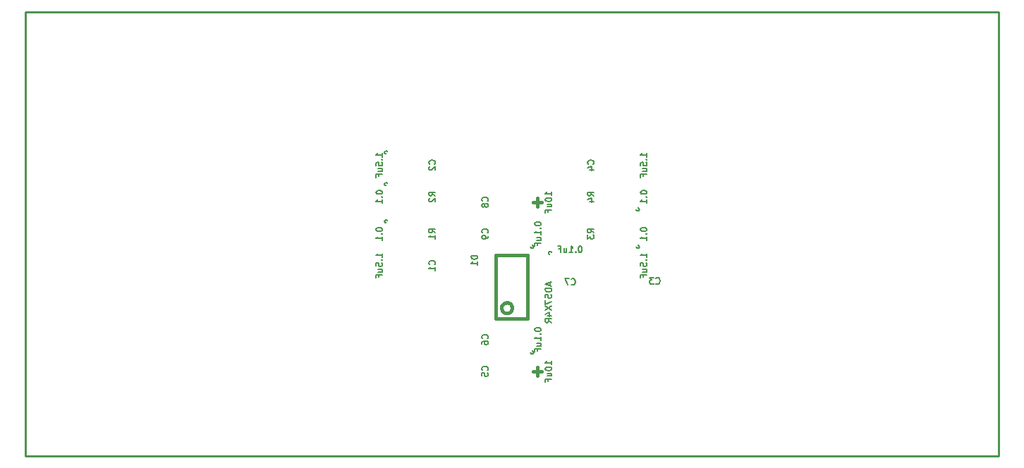
<source format=gbo>
G04 (created by PCBNEW-RS274X (2011-05-25)-stable) date Fri 08 Nov 2013 12:39:22 PM EST*
G01*
G70*
G90*
%MOIN*%
G04 Gerber Fmt 3.4, Leading zero omitted, Abs format*
%FSLAX34Y34*%
G04 APERTURE LIST*
%ADD10C,0.006000*%
%ADD11C,0.009000*%
%ADD12C,0.015000*%
%ADD13C,0.005000*%
%ADD14C,0.007500*%
%ADD15C,0.175000*%
%ADD16O,0.080000X0.120000*%
%ADD17C,0.080000*%
%ADD18C,0.096000*%
%ADD19C,0.160000*%
%ADD20C,0.180000*%
%ADD21R,0.070000X0.120000*%
%ADD22R,0.059100X0.019700*%
%ADD23C,0.140000*%
%ADD24C,0.093000*%
%ADD25R,0.093000X0.093000*%
G04 APERTURE END LIST*
G54D10*
G54D11*
X43500Y-51500D02*
X89500Y-51500D01*
X43500Y-30500D02*
X89500Y-30500D01*
X43500Y-30500D02*
X43500Y-51500D01*
X89500Y-51500D02*
X89500Y-30500D01*
G54D12*
X67700Y-47700D02*
X67700Y-47300D01*
X67500Y-47500D02*
X67900Y-47500D01*
G54D13*
X66800Y-46950D02*
X67400Y-46950D01*
X67400Y-46950D02*
X67400Y-48050D01*
X67400Y-48050D02*
X66800Y-48050D01*
X66200Y-48050D02*
X65600Y-48050D01*
X65600Y-48050D02*
X65600Y-46950D01*
X65600Y-46950D02*
X66200Y-46950D01*
X61200Y-43050D02*
X60600Y-43050D01*
X60600Y-43050D02*
X60600Y-41950D01*
X60600Y-41950D02*
X61200Y-41950D01*
X61800Y-41950D02*
X62400Y-41950D01*
X62400Y-41950D02*
X62400Y-43050D01*
X62400Y-43050D02*
X61800Y-43050D01*
X71800Y-37200D02*
X72400Y-37200D01*
X72400Y-37200D02*
X72400Y-38300D01*
X72400Y-38300D02*
X71800Y-38300D01*
X71200Y-38300D02*
X70600Y-38300D01*
X70600Y-38300D02*
X70600Y-37200D01*
X70600Y-37200D02*
X71200Y-37200D01*
X71800Y-41950D02*
X72400Y-41950D01*
X72400Y-41950D02*
X72400Y-43050D01*
X72400Y-43050D02*
X71800Y-43050D01*
X71200Y-43050D02*
X70600Y-43050D01*
X70600Y-43050D02*
X70600Y-41950D01*
X70600Y-41950D02*
X71200Y-41950D01*
X67520Y-46600D02*
X67518Y-46613D01*
X67514Y-46626D01*
X67508Y-46638D01*
X67499Y-46649D01*
X67489Y-46658D01*
X67477Y-46664D01*
X67464Y-46668D01*
X67450Y-46669D01*
X67437Y-46668D01*
X67424Y-46664D01*
X67412Y-46658D01*
X67402Y-46650D01*
X67393Y-46639D01*
X67386Y-46627D01*
X67382Y-46614D01*
X67381Y-46600D01*
X67382Y-46588D01*
X67385Y-46575D01*
X67392Y-46563D01*
X67400Y-46552D01*
X67411Y-46543D01*
X67422Y-46536D01*
X67435Y-46532D01*
X67449Y-46531D01*
X67462Y-46532D01*
X67475Y-46535D01*
X67487Y-46541D01*
X67498Y-46550D01*
X67507Y-46560D01*
X67513Y-46572D01*
X67518Y-46585D01*
X67519Y-46599D01*
X67520Y-46600D01*
X66800Y-45450D02*
X67400Y-45450D01*
X67400Y-45450D02*
X67400Y-46550D01*
X67400Y-46550D02*
X66800Y-46550D01*
X66200Y-46550D02*
X65600Y-46550D01*
X65600Y-46550D02*
X65600Y-45450D01*
X65600Y-45450D02*
X66200Y-45450D01*
G54D12*
X66500Y-44500D02*
X66495Y-44548D01*
X66481Y-44595D01*
X66458Y-44638D01*
X66427Y-44676D01*
X66389Y-44707D01*
X66346Y-44730D01*
X66300Y-44744D01*
X66251Y-44749D01*
X66204Y-44745D01*
X66157Y-44731D01*
X66114Y-44709D01*
X66076Y-44678D01*
X66044Y-44641D01*
X66021Y-44598D01*
X66006Y-44551D01*
X66001Y-44503D01*
X66005Y-44455D01*
X66018Y-44408D01*
X66040Y-44365D01*
X66071Y-44327D01*
X66108Y-44295D01*
X66150Y-44271D01*
X66197Y-44256D01*
X66245Y-44251D01*
X66293Y-44254D01*
X66340Y-44267D01*
X66383Y-44289D01*
X66422Y-44319D01*
X66454Y-44356D01*
X66478Y-44399D01*
X66493Y-44445D01*
X66499Y-44494D01*
X66500Y-44500D01*
X65750Y-45000D02*
X65750Y-42000D01*
X65750Y-42000D02*
X67250Y-42000D01*
X67250Y-42000D02*
X67250Y-45000D01*
X67250Y-45000D02*
X65750Y-45000D01*
X67700Y-39700D02*
X67700Y-39300D01*
X67500Y-39500D02*
X67900Y-39500D01*
G54D13*
X66800Y-38950D02*
X67400Y-38950D01*
X67400Y-38950D02*
X67400Y-40050D01*
X67400Y-40050D02*
X66800Y-40050D01*
X66200Y-40050D02*
X65600Y-40050D01*
X65600Y-40050D02*
X65600Y-38950D01*
X65600Y-38950D02*
X66200Y-38950D01*
X68370Y-41900D02*
X68368Y-41913D01*
X68364Y-41926D01*
X68358Y-41938D01*
X68349Y-41949D01*
X68339Y-41958D01*
X68327Y-41964D01*
X68314Y-41968D01*
X68300Y-41969D01*
X68287Y-41968D01*
X68274Y-41964D01*
X68262Y-41958D01*
X68252Y-41950D01*
X68243Y-41939D01*
X68236Y-41927D01*
X68232Y-41914D01*
X68231Y-41900D01*
X68232Y-41888D01*
X68235Y-41875D01*
X68242Y-41863D01*
X68250Y-41852D01*
X68261Y-41843D01*
X68272Y-41836D01*
X68285Y-41832D01*
X68299Y-41831D01*
X68312Y-41832D01*
X68325Y-41835D01*
X68337Y-41841D01*
X68348Y-41850D01*
X68357Y-41860D01*
X68363Y-41872D01*
X68368Y-41885D01*
X68369Y-41899D01*
X68370Y-41900D01*
X68950Y-43050D02*
X68350Y-43050D01*
X68350Y-43050D02*
X68350Y-41950D01*
X68350Y-41950D02*
X68950Y-41950D01*
X69550Y-41950D02*
X70150Y-41950D01*
X70150Y-41950D02*
X70150Y-43050D01*
X70150Y-43050D02*
X69550Y-43050D01*
X67520Y-41600D02*
X67518Y-41613D01*
X67514Y-41626D01*
X67508Y-41638D01*
X67499Y-41649D01*
X67489Y-41658D01*
X67477Y-41664D01*
X67464Y-41668D01*
X67450Y-41669D01*
X67437Y-41668D01*
X67424Y-41664D01*
X67412Y-41658D01*
X67402Y-41650D01*
X67393Y-41639D01*
X67386Y-41627D01*
X67382Y-41614D01*
X67381Y-41600D01*
X67382Y-41588D01*
X67385Y-41575D01*
X67392Y-41563D01*
X67400Y-41552D01*
X67411Y-41543D01*
X67422Y-41536D01*
X67435Y-41532D01*
X67449Y-41531D01*
X67462Y-41532D01*
X67475Y-41535D01*
X67487Y-41541D01*
X67498Y-41550D01*
X67507Y-41560D01*
X67513Y-41572D01*
X67518Y-41585D01*
X67519Y-41599D01*
X67520Y-41600D01*
X66800Y-40450D02*
X67400Y-40450D01*
X67400Y-40450D02*
X67400Y-41550D01*
X67400Y-41550D02*
X66800Y-41550D01*
X66200Y-41550D02*
X65600Y-41550D01*
X65600Y-41550D02*
X65600Y-40450D01*
X65600Y-40450D02*
X66200Y-40450D01*
X60620Y-40400D02*
X60618Y-40413D01*
X60614Y-40426D01*
X60608Y-40438D01*
X60599Y-40449D01*
X60589Y-40458D01*
X60577Y-40464D01*
X60564Y-40468D01*
X60550Y-40469D01*
X60537Y-40468D01*
X60524Y-40464D01*
X60512Y-40458D01*
X60502Y-40450D01*
X60493Y-40439D01*
X60486Y-40427D01*
X60482Y-40414D01*
X60481Y-40400D01*
X60482Y-40388D01*
X60485Y-40375D01*
X60492Y-40363D01*
X60500Y-40352D01*
X60511Y-40343D01*
X60522Y-40336D01*
X60535Y-40332D01*
X60549Y-40331D01*
X60562Y-40332D01*
X60575Y-40335D01*
X60587Y-40341D01*
X60598Y-40350D01*
X60607Y-40360D01*
X60613Y-40372D01*
X60618Y-40385D01*
X60619Y-40399D01*
X60620Y-40400D01*
X61200Y-41550D02*
X60600Y-41550D01*
X60600Y-41550D02*
X60600Y-40450D01*
X60600Y-40450D02*
X61200Y-40450D01*
X61800Y-40450D02*
X62400Y-40450D01*
X62400Y-40450D02*
X62400Y-41550D01*
X62400Y-41550D02*
X61800Y-41550D01*
X60620Y-38650D02*
X60618Y-38663D01*
X60614Y-38676D01*
X60608Y-38688D01*
X60599Y-38699D01*
X60589Y-38708D01*
X60577Y-38714D01*
X60564Y-38718D01*
X60550Y-38719D01*
X60537Y-38718D01*
X60524Y-38714D01*
X60512Y-38708D01*
X60502Y-38700D01*
X60493Y-38689D01*
X60486Y-38677D01*
X60482Y-38664D01*
X60481Y-38650D01*
X60482Y-38638D01*
X60485Y-38625D01*
X60492Y-38613D01*
X60500Y-38602D01*
X60511Y-38593D01*
X60522Y-38586D01*
X60535Y-38582D01*
X60549Y-38581D01*
X60562Y-38582D01*
X60575Y-38585D01*
X60587Y-38591D01*
X60598Y-38600D01*
X60607Y-38610D01*
X60613Y-38622D01*
X60618Y-38635D01*
X60619Y-38649D01*
X60620Y-38650D01*
X61200Y-39800D02*
X60600Y-39800D01*
X60600Y-39800D02*
X60600Y-38700D01*
X60600Y-38700D02*
X61200Y-38700D01*
X61800Y-38700D02*
X62400Y-38700D01*
X62400Y-38700D02*
X62400Y-39800D01*
X62400Y-39800D02*
X61800Y-39800D01*
X72520Y-41600D02*
X72518Y-41613D01*
X72514Y-41626D01*
X72508Y-41638D01*
X72499Y-41649D01*
X72489Y-41658D01*
X72477Y-41664D01*
X72464Y-41668D01*
X72450Y-41669D01*
X72437Y-41668D01*
X72424Y-41664D01*
X72412Y-41658D01*
X72402Y-41650D01*
X72393Y-41639D01*
X72386Y-41627D01*
X72382Y-41614D01*
X72381Y-41600D01*
X72382Y-41588D01*
X72385Y-41575D01*
X72392Y-41563D01*
X72400Y-41552D01*
X72411Y-41543D01*
X72422Y-41536D01*
X72435Y-41532D01*
X72449Y-41531D01*
X72462Y-41532D01*
X72475Y-41535D01*
X72487Y-41541D01*
X72498Y-41550D01*
X72507Y-41560D01*
X72513Y-41572D01*
X72518Y-41585D01*
X72519Y-41599D01*
X72520Y-41600D01*
X71800Y-40450D02*
X72400Y-40450D01*
X72400Y-40450D02*
X72400Y-41550D01*
X72400Y-41550D02*
X71800Y-41550D01*
X71200Y-41550D02*
X70600Y-41550D01*
X70600Y-41550D02*
X70600Y-40450D01*
X70600Y-40450D02*
X71200Y-40450D01*
X72520Y-39850D02*
X72518Y-39863D01*
X72514Y-39876D01*
X72508Y-39888D01*
X72499Y-39899D01*
X72489Y-39908D01*
X72477Y-39914D01*
X72464Y-39918D01*
X72450Y-39919D01*
X72437Y-39918D01*
X72424Y-39914D01*
X72412Y-39908D01*
X72402Y-39900D01*
X72393Y-39889D01*
X72386Y-39877D01*
X72382Y-39864D01*
X72381Y-39850D01*
X72382Y-39838D01*
X72385Y-39825D01*
X72392Y-39813D01*
X72400Y-39802D01*
X72411Y-39793D01*
X72422Y-39786D01*
X72435Y-39782D01*
X72449Y-39781D01*
X72462Y-39782D01*
X72475Y-39785D01*
X72487Y-39791D01*
X72498Y-39800D01*
X72507Y-39810D01*
X72513Y-39822D01*
X72518Y-39835D01*
X72519Y-39849D01*
X72520Y-39850D01*
X71800Y-38700D02*
X72400Y-38700D01*
X72400Y-38700D02*
X72400Y-39800D01*
X72400Y-39800D02*
X71800Y-39800D01*
X71200Y-39800D02*
X70600Y-39800D01*
X70600Y-39800D02*
X70600Y-38700D01*
X70600Y-38700D02*
X71200Y-38700D01*
X60620Y-37150D02*
X60618Y-37163D01*
X60614Y-37176D01*
X60608Y-37188D01*
X60599Y-37199D01*
X60589Y-37208D01*
X60577Y-37214D01*
X60564Y-37218D01*
X60550Y-37219D01*
X60537Y-37218D01*
X60524Y-37214D01*
X60512Y-37208D01*
X60502Y-37200D01*
X60493Y-37189D01*
X60486Y-37177D01*
X60482Y-37164D01*
X60481Y-37150D01*
X60482Y-37138D01*
X60485Y-37125D01*
X60492Y-37113D01*
X60500Y-37102D01*
X60511Y-37093D01*
X60522Y-37086D01*
X60535Y-37082D01*
X60549Y-37081D01*
X60562Y-37082D01*
X60575Y-37085D01*
X60587Y-37091D01*
X60598Y-37100D01*
X60607Y-37110D01*
X60613Y-37122D01*
X60618Y-37135D01*
X60619Y-37149D01*
X60620Y-37150D01*
X61200Y-38300D02*
X60600Y-38300D01*
X60600Y-38300D02*
X60600Y-37200D01*
X60600Y-37200D02*
X61200Y-37200D01*
X61800Y-37200D02*
X62400Y-37200D01*
X62400Y-37200D02*
X62400Y-38300D01*
X62400Y-38300D02*
X61800Y-38300D01*
G54D14*
X65343Y-47450D02*
X65357Y-47436D01*
X65371Y-47393D01*
X65371Y-47364D01*
X65357Y-47321D01*
X65329Y-47293D01*
X65300Y-47278D01*
X65243Y-47264D01*
X65200Y-47264D01*
X65143Y-47278D01*
X65114Y-47293D01*
X65086Y-47321D01*
X65071Y-47364D01*
X65071Y-47393D01*
X65086Y-47436D01*
X65100Y-47450D01*
X65071Y-47721D02*
X65071Y-47578D01*
X65214Y-47564D01*
X65200Y-47578D01*
X65186Y-47607D01*
X65186Y-47678D01*
X65200Y-47707D01*
X65214Y-47721D01*
X65243Y-47736D01*
X65314Y-47736D01*
X65343Y-47721D01*
X65357Y-47707D01*
X65371Y-47678D01*
X65371Y-47607D01*
X65357Y-47578D01*
X65343Y-47564D01*
X68371Y-47179D02*
X68371Y-47007D01*
X68371Y-47093D02*
X68071Y-47093D01*
X68114Y-47064D01*
X68143Y-47036D01*
X68157Y-47007D01*
X68071Y-47365D02*
X68071Y-47393D01*
X68086Y-47422D01*
X68100Y-47436D01*
X68129Y-47450D01*
X68186Y-47465D01*
X68257Y-47465D01*
X68314Y-47450D01*
X68343Y-47436D01*
X68357Y-47422D01*
X68371Y-47393D01*
X68371Y-47365D01*
X68357Y-47336D01*
X68343Y-47322D01*
X68314Y-47307D01*
X68257Y-47293D01*
X68186Y-47293D01*
X68129Y-47307D01*
X68100Y-47322D01*
X68086Y-47336D01*
X68071Y-47365D01*
X68171Y-47722D02*
X68371Y-47722D01*
X68171Y-47593D02*
X68329Y-47593D01*
X68357Y-47608D01*
X68371Y-47636D01*
X68371Y-47679D01*
X68357Y-47708D01*
X68343Y-47722D01*
X68214Y-47964D02*
X68214Y-47864D01*
X68371Y-47864D02*
X68071Y-47864D01*
X68071Y-48007D01*
X62843Y-42450D02*
X62857Y-42436D01*
X62871Y-42393D01*
X62871Y-42364D01*
X62857Y-42321D01*
X62829Y-42293D01*
X62800Y-42278D01*
X62743Y-42264D01*
X62700Y-42264D01*
X62643Y-42278D01*
X62614Y-42293D01*
X62586Y-42321D01*
X62571Y-42364D01*
X62571Y-42393D01*
X62586Y-42436D01*
X62600Y-42450D01*
X62871Y-42736D02*
X62871Y-42564D01*
X62871Y-42650D02*
X62571Y-42650D01*
X62614Y-42621D01*
X62643Y-42593D01*
X62657Y-42564D01*
X60371Y-42108D02*
X60371Y-41936D01*
X60371Y-42022D02*
X60071Y-42022D01*
X60114Y-41993D01*
X60143Y-41965D01*
X60157Y-41936D01*
X60343Y-42236D02*
X60357Y-42251D01*
X60371Y-42236D01*
X60357Y-42222D01*
X60343Y-42236D01*
X60371Y-42236D01*
X60071Y-42522D02*
X60071Y-42379D01*
X60214Y-42365D01*
X60200Y-42379D01*
X60186Y-42408D01*
X60186Y-42479D01*
X60200Y-42508D01*
X60214Y-42522D01*
X60243Y-42537D01*
X60314Y-42537D01*
X60343Y-42522D01*
X60357Y-42508D01*
X60371Y-42479D01*
X60371Y-42408D01*
X60357Y-42379D01*
X60343Y-42365D01*
X60171Y-42794D02*
X60371Y-42794D01*
X60171Y-42665D02*
X60329Y-42665D01*
X60357Y-42680D01*
X60371Y-42708D01*
X60371Y-42751D01*
X60357Y-42780D01*
X60343Y-42794D01*
X60214Y-43036D02*
X60214Y-42936D01*
X60371Y-42936D02*
X60071Y-42936D01*
X60071Y-43079D01*
X70343Y-37700D02*
X70357Y-37686D01*
X70371Y-37643D01*
X70371Y-37614D01*
X70357Y-37571D01*
X70329Y-37543D01*
X70300Y-37528D01*
X70243Y-37514D01*
X70200Y-37514D01*
X70143Y-37528D01*
X70114Y-37543D01*
X70086Y-37571D01*
X70071Y-37614D01*
X70071Y-37643D01*
X70086Y-37686D01*
X70100Y-37700D01*
X70171Y-37957D02*
X70371Y-37957D01*
X70057Y-37886D02*
X70271Y-37814D01*
X70271Y-38000D01*
X72871Y-37358D02*
X72871Y-37186D01*
X72871Y-37272D02*
X72571Y-37272D01*
X72614Y-37243D01*
X72643Y-37215D01*
X72657Y-37186D01*
X72843Y-37486D02*
X72857Y-37501D01*
X72871Y-37486D01*
X72857Y-37472D01*
X72843Y-37486D01*
X72871Y-37486D01*
X72571Y-37772D02*
X72571Y-37629D01*
X72714Y-37615D01*
X72700Y-37629D01*
X72686Y-37658D01*
X72686Y-37729D01*
X72700Y-37758D01*
X72714Y-37772D01*
X72743Y-37787D01*
X72814Y-37787D01*
X72843Y-37772D01*
X72857Y-37758D01*
X72871Y-37729D01*
X72871Y-37658D01*
X72857Y-37629D01*
X72843Y-37615D01*
X72671Y-38044D02*
X72871Y-38044D01*
X72671Y-37915D02*
X72829Y-37915D01*
X72857Y-37930D01*
X72871Y-37958D01*
X72871Y-38001D01*
X72857Y-38030D01*
X72843Y-38044D01*
X72714Y-38286D02*
X72714Y-38186D01*
X72871Y-38186D02*
X72571Y-38186D01*
X72571Y-38329D01*
X73300Y-43343D02*
X73314Y-43357D01*
X73357Y-43371D01*
X73386Y-43371D01*
X73429Y-43357D01*
X73457Y-43329D01*
X73472Y-43300D01*
X73486Y-43243D01*
X73486Y-43200D01*
X73472Y-43143D01*
X73457Y-43114D01*
X73429Y-43086D01*
X73386Y-43071D01*
X73357Y-43071D01*
X73314Y-43086D01*
X73300Y-43100D01*
X73200Y-43071D02*
X73014Y-43071D01*
X73114Y-43186D01*
X73072Y-43186D01*
X73043Y-43200D01*
X73029Y-43214D01*
X73014Y-43243D01*
X73014Y-43314D01*
X73029Y-43343D01*
X73043Y-43357D01*
X73072Y-43371D01*
X73157Y-43371D01*
X73186Y-43357D01*
X73200Y-43343D01*
X72871Y-42108D02*
X72871Y-41936D01*
X72871Y-42022D02*
X72571Y-42022D01*
X72614Y-41993D01*
X72643Y-41965D01*
X72657Y-41936D01*
X72843Y-42236D02*
X72857Y-42251D01*
X72871Y-42236D01*
X72857Y-42222D01*
X72843Y-42236D01*
X72871Y-42236D01*
X72571Y-42522D02*
X72571Y-42379D01*
X72714Y-42365D01*
X72700Y-42379D01*
X72686Y-42408D01*
X72686Y-42479D01*
X72700Y-42508D01*
X72714Y-42522D01*
X72743Y-42537D01*
X72814Y-42537D01*
X72843Y-42522D01*
X72857Y-42508D01*
X72871Y-42479D01*
X72871Y-42408D01*
X72857Y-42379D01*
X72843Y-42365D01*
X72671Y-42794D02*
X72871Y-42794D01*
X72671Y-42665D02*
X72829Y-42665D01*
X72857Y-42680D01*
X72871Y-42708D01*
X72871Y-42751D01*
X72857Y-42780D01*
X72843Y-42794D01*
X72714Y-43036D02*
X72714Y-42936D01*
X72871Y-42936D02*
X72571Y-42936D01*
X72571Y-43079D01*
X65343Y-45950D02*
X65357Y-45936D01*
X65371Y-45893D01*
X65371Y-45864D01*
X65357Y-45821D01*
X65329Y-45793D01*
X65300Y-45778D01*
X65243Y-45764D01*
X65200Y-45764D01*
X65143Y-45778D01*
X65114Y-45793D01*
X65086Y-45821D01*
X65071Y-45864D01*
X65071Y-45893D01*
X65086Y-45936D01*
X65100Y-45950D01*
X65071Y-46207D02*
X65071Y-46150D01*
X65086Y-46121D01*
X65100Y-46107D01*
X65143Y-46078D01*
X65200Y-46064D01*
X65314Y-46064D01*
X65343Y-46078D01*
X65357Y-46093D01*
X65371Y-46121D01*
X65371Y-46178D01*
X65357Y-46207D01*
X65343Y-46221D01*
X65314Y-46236D01*
X65243Y-46236D01*
X65214Y-46221D01*
X65200Y-46207D01*
X65186Y-46178D01*
X65186Y-46121D01*
X65200Y-46093D01*
X65214Y-46078D01*
X65243Y-46064D01*
X67571Y-45508D02*
X67571Y-45536D01*
X67586Y-45565D01*
X67600Y-45579D01*
X67629Y-45593D01*
X67686Y-45608D01*
X67757Y-45608D01*
X67814Y-45593D01*
X67843Y-45579D01*
X67857Y-45565D01*
X67871Y-45536D01*
X67871Y-45508D01*
X67857Y-45479D01*
X67843Y-45465D01*
X67814Y-45450D01*
X67757Y-45436D01*
X67686Y-45436D01*
X67629Y-45450D01*
X67600Y-45465D01*
X67586Y-45479D01*
X67571Y-45508D01*
X67843Y-45736D02*
X67857Y-45751D01*
X67871Y-45736D01*
X67857Y-45722D01*
X67843Y-45736D01*
X67871Y-45736D01*
X67871Y-46037D02*
X67871Y-45865D01*
X67871Y-45951D02*
X67571Y-45951D01*
X67614Y-45922D01*
X67643Y-45894D01*
X67657Y-45865D01*
X67671Y-46294D02*
X67871Y-46294D01*
X67671Y-46165D02*
X67829Y-46165D01*
X67857Y-46180D01*
X67871Y-46208D01*
X67871Y-46251D01*
X67857Y-46280D01*
X67843Y-46294D01*
X67714Y-46536D02*
X67714Y-46436D01*
X67871Y-46436D02*
X67571Y-46436D01*
X67571Y-46579D01*
X64871Y-42028D02*
X64571Y-42028D01*
X64571Y-42100D01*
X64586Y-42143D01*
X64614Y-42171D01*
X64643Y-42186D01*
X64700Y-42200D01*
X64743Y-42200D01*
X64800Y-42186D01*
X64829Y-42171D01*
X64857Y-42143D01*
X64871Y-42100D01*
X64871Y-42028D01*
X64871Y-42486D02*
X64871Y-42314D01*
X64871Y-42400D02*
X64571Y-42400D01*
X64614Y-42371D01*
X64643Y-42343D01*
X64657Y-42314D01*
X68286Y-43307D02*
X68286Y-43450D01*
X68371Y-43279D02*
X68071Y-43379D01*
X68371Y-43479D01*
X68371Y-43578D02*
X68071Y-43578D01*
X68071Y-43650D01*
X68086Y-43693D01*
X68114Y-43721D01*
X68143Y-43736D01*
X68200Y-43750D01*
X68243Y-43750D01*
X68300Y-43736D01*
X68329Y-43721D01*
X68357Y-43693D01*
X68371Y-43650D01*
X68371Y-43578D01*
X68071Y-44021D02*
X68071Y-43878D01*
X68214Y-43864D01*
X68200Y-43878D01*
X68186Y-43907D01*
X68186Y-43978D01*
X68200Y-44007D01*
X68214Y-44021D01*
X68243Y-44036D01*
X68314Y-44036D01*
X68343Y-44021D01*
X68357Y-44007D01*
X68371Y-43978D01*
X68371Y-43907D01*
X68357Y-43878D01*
X68343Y-43864D01*
X68071Y-44136D02*
X68071Y-44336D01*
X68371Y-44207D01*
X68071Y-44422D02*
X68371Y-44622D01*
X68071Y-44622D02*
X68371Y-44422D01*
X68171Y-44865D02*
X68371Y-44865D01*
X68057Y-44794D02*
X68271Y-44722D01*
X68271Y-44908D01*
X68371Y-45194D02*
X68229Y-45094D01*
X68371Y-45022D02*
X68071Y-45022D01*
X68071Y-45137D01*
X68086Y-45165D01*
X68100Y-45180D01*
X68129Y-45194D01*
X68171Y-45194D01*
X68200Y-45180D01*
X68214Y-45165D01*
X68229Y-45137D01*
X68229Y-45022D01*
X65343Y-39450D02*
X65357Y-39436D01*
X65371Y-39393D01*
X65371Y-39364D01*
X65357Y-39321D01*
X65329Y-39293D01*
X65300Y-39278D01*
X65243Y-39264D01*
X65200Y-39264D01*
X65143Y-39278D01*
X65114Y-39293D01*
X65086Y-39321D01*
X65071Y-39364D01*
X65071Y-39393D01*
X65086Y-39436D01*
X65100Y-39450D01*
X65200Y-39621D02*
X65186Y-39593D01*
X65171Y-39578D01*
X65143Y-39564D01*
X65129Y-39564D01*
X65100Y-39578D01*
X65086Y-39593D01*
X65071Y-39621D01*
X65071Y-39678D01*
X65086Y-39707D01*
X65100Y-39721D01*
X65129Y-39736D01*
X65143Y-39736D01*
X65171Y-39721D01*
X65186Y-39707D01*
X65200Y-39678D01*
X65200Y-39621D01*
X65214Y-39593D01*
X65229Y-39578D01*
X65257Y-39564D01*
X65314Y-39564D01*
X65343Y-39578D01*
X65357Y-39593D01*
X65371Y-39621D01*
X65371Y-39678D01*
X65357Y-39707D01*
X65343Y-39721D01*
X65314Y-39736D01*
X65257Y-39736D01*
X65229Y-39721D01*
X65214Y-39707D01*
X65200Y-39678D01*
X68371Y-39179D02*
X68371Y-39007D01*
X68371Y-39093D02*
X68071Y-39093D01*
X68114Y-39064D01*
X68143Y-39036D01*
X68157Y-39007D01*
X68071Y-39365D02*
X68071Y-39393D01*
X68086Y-39422D01*
X68100Y-39436D01*
X68129Y-39450D01*
X68186Y-39465D01*
X68257Y-39465D01*
X68314Y-39450D01*
X68343Y-39436D01*
X68357Y-39422D01*
X68371Y-39393D01*
X68371Y-39365D01*
X68357Y-39336D01*
X68343Y-39322D01*
X68314Y-39307D01*
X68257Y-39293D01*
X68186Y-39293D01*
X68129Y-39307D01*
X68100Y-39322D01*
X68086Y-39336D01*
X68071Y-39365D01*
X68171Y-39722D02*
X68371Y-39722D01*
X68171Y-39593D02*
X68329Y-39593D01*
X68357Y-39608D01*
X68371Y-39636D01*
X68371Y-39679D01*
X68357Y-39708D01*
X68343Y-39722D01*
X68214Y-39964D02*
X68214Y-39864D01*
X68371Y-39864D02*
X68071Y-39864D01*
X68071Y-40007D01*
X69300Y-43393D02*
X69314Y-43407D01*
X69357Y-43421D01*
X69386Y-43421D01*
X69429Y-43407D01*
X69457Y-43379D01*
X69472Y-43350D01*
X69486Y-43293D01*
X69486Y-43250D01*
X69472Y-43193D01*
X69457Y-43164D01*
X69429Y-43136D01*
X69386Y-43121D01*
X69357Y-43121D01*
X69314Y-43136D01*
X69300Y-43150D01*
X69200Y-43121D02*
X69000Y-43121D01*
X69129Y-43421D01*
X69742Y-41571D02*
X69714Y-41571D01*
X69685Y-41586D01*
X69671Y-41600D01*
X69657Y-41629D01*
X69642Y-41686D01*
X69642Y-41757D01*
X69657Y-41814D01*
X69671Y-41843D01*
X69685Y-41857D01*
X69714Y-41871D01*
X69742Y-41871D01*
X69771Y-41857D01*
X69785Y-41843D01*
X69800Y-41814D01*
X69814Y-41757D01*
X69814Y-41686D01*
X69800Y-41629D01*
X69785Y-41600D01*
X69771Y-41586D01*
X69742Y-41571D01*
X69514Y-41843D02*
X69499Y-41857D01*
X69514Y-41871D01*
X69528Y-41857D01*
X69514Y-41843D01*
X69514Y-41871D01*
X69213Y-41871D02*
X69385Y-41871D01*
X69299Y-41871D02*
X69299Y-41571D01*
X69328Y-41614D01*
X69356Y-41643D01*
X69385Y-41657D01*
X68956Y-41671D02*
X68956Y-41871D01*
X69085Y-41671D02*
X69085Y-41829D01*
X69070Y-41857D01*
X69042Y-41871D01*
X68999Y-41871D01*
X68970Y-41857D01*
X68956Y-41843D01*
X68714Y-41714D02*
X68814Y-41714D01*
X68814Y-41871D02*
X68814Y-41571D01*
X68671Y-41571D01*
X65343Y-40950D02*
X65357Y-40936D01*
X65371Y-40893D01*
X65371Y-40864D01*
X65357Y-40821D01*
X65329Y-40793D01*
X65300Y-40778D01*
X65243Y-40764D01*
X65200Y-40764D01*
X65143Y-40778D01*
X65114Y-40793D01*
X65086Y-40821D01*
X65071Y-40864D01*
X65071Y-40893D01*
X65086Y-40936D01*
X65100Y-40950D01*
X65371Y-41093D02*
X65371Y-41150D01*
X65357Y-41178D01*
X65343Y-41193D01*
X65300Y-41221D01*
X65243Y-41236D01*
X65129Y-41236D01*
X65100Y-41221D01*
X65086Y-41207D01*
X65071Y-41178D01*
X65071Y-41121D01*
X65086Y-41093D01*
X65100Y-41078D01*
X65129Y-41064D01*
X65200Y-41064D01*
X65229Y-41078D01*
X65243Y-41093D01*
X65257Y-41121D01*
X65257Y-41178D01*
X65243Y-41207D01*
X65229Y-41221D01*
X65200Y-41236D01*
X67571Y-40508D02*
X67571Y-40536D01*
X67586Y-40565D01*
X67600Y-40579D01*
X67629Y-40593D01*
X67686Y-40608D01*
X67757Y-40608D01*
X67814Y-40593D01*
X67843Y-40579D01*
X67857Y-40565D01*
X67871Y-40536D01*
X67871Y-40508D01*
X67857Y-40479D01*
X67843Y-40465D01*
X67814Y-40450D01*
X67757Y-40436D01*
X67686Y-40436D01*
X67629Y-40450D01*
X67600Y-40465D01*
X67586Y-40479D01*
X67571Y-40508D01*
X67843Y-40736D02*
X67857Y-40751D01*
X67871Y-40736D01*
X67857Y-40722D01*
X67843Y-40736D01*
X67871Y-40736D01*
X67871Y-41037D02*
X67871Y-40865D01*
X67871Y-40951D02*
X67571Y-40951D01*
X67614Y-40922D01*
X67643Y-40894D01*
X67657Y-40865D01*
X67671Y-41294D02*
X67871Y-41294D01*
X67671Y-41165D02*
X67829Y-41165D01*
X67857Y-41180D01*
X67871Y-41208D01*
X67871Y-41251D01*
X67857Y-41280D01*
X67843Y-41294D01*
X67714Y-41536D02*
X67714Y-41436D01*
X67871Y-41436D02*
X67571Y-41436D01*
X67571Y-41579D01*
X62871Y-40950D02*
X62729Y-40850D01*
X62871Y-40778D02*
X62571Y-40778D01*
X62571Y-40893D01*
X62586Y-40921D01*
X62600Y-40936D01*
X62629Y-40950D01*
X62671Y-40950D01*
X62700Y-40936D01*
X62714Y-40921D01*
X62729Y-40893D01*
X62729Y-40778D01*
X62871Y-41236D02*
X62871Y-41064D01*
X62871Y-41150D02*
X62571Y-41150D01*
X62614Y-41121D01*
X62643Y-41093D01*
X62657Y-41064D01*
X60071Y-40772D02*
X60071Y-40800D01*
X60086Y-40829D01*
X60100Y-40843D01*
X60129Y-40857D01*
X60186Y-40872D01*
X60257Y-40872D01*
X60314Y-40857D01*
X60343Y-40843D01*
X60357Y-40829D01*
X60371Y-40800D01*
X60371Y-40772D01*
X60357Y-40743D01*
X60343Y-40729D01*
X60314Y-40714D01*
X60257Y-40700D01*
X60186Y-40700D01*
X60129Y-40714D01*
X60100Y-40729D01*
X60086Y-40743D01*
X60071Y-40772D01*
X60343Y-41000D02*
X60357Y-41015D01*
X60371Y-41000D01*
X60357Y-40986D01*
X60343Y-41000D01*
X60371Y-41000D01*
X60371Y-41301D02*
X60371Y-41129D01*
X60371Y-41215D02*
X60071Y-41215D01*
X60114Y-41186D01*
X60143Y-41158D01*
X60157Y-41129D01*
X62871Y-39200D02*
X62729Y-39100D01*
X62871Y-39028D02*
X62571Y-39028D01*
X62571Y-39143D01*
X62586Y-39171D01*
X62600Y-39186D01*
X62629Y-39200D01*
X62671Y-39200D01*
X62700Y-39186D01*
X62714Y-39171D01*
X62729Y-39143D01*
X62729Y-39028D01*
X62600Y-39314D02*
X62586Y-39328D01*
X62571Y-39357D01*
X62571Y-39428D01*
X62586Y-39457D01*
X62600Y-39471D01*
X62629Y-39486D01*
X62657Y-39486D01*
X62700Y-39471D01*
X62871Y-39300D01*
X62871Y-39486D01*
X60071Y-39022D02*
X60071Y-39050D01*
X60086Y-39079D01*
X60100Y-39093D01*
X60129Y-39107D01*
X60186Y-39122D01*
X60257Y-39122D01*
X60314Y-39107D01*
X60343Y-39093D01*
X60357Y-39079D01*
X60371Y-39050D01*
X60371Y-39022D01*
X60357Y-38993D01*
X60343Y-38979D01*
X60314Y-38964D01*
X60257Y-38950D01*
X60186Y-38950D01*
X60129Y-38964D01*
X60100Y-38979D01*
X60086Y-38993D01*
X60071Y-39022D01*
X60343Y-39250D02*
X60357Y-39265D01*
X60371Y-39250D01*
X60357Y-39236D01*
X60343Y-39250D01*
X60371Y-39250D01*
X60371Y-39551D02*
X60371Y-39379D01*
X60371Y-39465D02*
X60071Y-39465D01*
X60114Y-39436D01*
X60143Y-39408D01*
X60157Y-39379D01*
X70371Y-40950D02*
X70229Y-40850D01*
X70371Y-40778D02*
X70071Y-40778D01*
X70071Y-40893D01*
X70086Y-40921D01*
X70100Y-40936D01*
X70129Y-40950D01*
X70171Y-40950D01*
X70200Y-40936D01*
X70214Y-40921D01*
X70229Y-40893D01*
X70229Y-40778D01*
X70071Y-41050D02*
X70071Y-41236D01*
X70186Y-41136D01*
X70186Y-41178D01*
X70200Y-41207D01*
X70214Y-41221D01*
X70243Y-41236D01*
X70314Y-41236D01*
X70343Y-41221D01*
X70357Y-41207D01*
X70371Y-41178D01*
X70371Y-41093D01*
X70357Y-41064D01*
X70343Y-41050D01*
X72571Y-40772D02*
X72571Y-40800D01*
X72586Y-40829D01*
X72600Y-40843D01*
X72629Y-40857D01*
X72686Y-40872D01*
X72757Y-40872D01*
X72814Y-40857D01*
X72843Y-40843D01*
X72857Y-40829D01*
X72871Y-40800D01*
X72871Y-40772D01*
X72857Y-40743D01*
X72843Y-40729D01*
X72814Y-40714D01*
X72757Y-40700D01*
X72686Y-40700D01*
X72629Y-40714D01*
X72600Y-40729D01*
X72586Y-40743D01*
X72571Y-40772D01*
X72843Y-41000D02*
X72857Y-41015D01*
X72871Y-41000D01*
X72857Y-40986D01*
X72843Y-41000D01*
X72871Y-41000D01*
X72871Y-41301D02*
X72871Y-41129D01*
X72871Y-41215D02*
X72571Y-41215D01*
X72614Y-41186D01*
X72643Y-41158D01*
X72657Y-41129D01*
X70371Y-39200D02*
X70229Y-39100D01*
X70371Y-39028D02*
X70071Y-39028D01*
X70071Y-39143D01*
X70086Y-39171D01*
X70100Y-39186D01*
X70129Y-39200D01*
X70171Y-39200D01*
X70200Y-39186D01*
X70214Y-39171D01*
X70229Y-39143D01*
X70229Y-39028D01*
X70171Y-39457D02*
X70371Y-39457D01*
X70057Y-39386D02*
X70271Y-39314D01*
X70271Y-39500D01*
X72571Y-39022D02*
X72571Y-39050D01*
X72586Y-39079D01*
X72600Y-39093D01*
X72629Y-39107D01*
X72686Y-39122D01*
X72757Y-39122D01*
X72814Y-39107D01*
X72843Y-39093D01*
X72857Y-39079D01*
X72871Y-39050D01*
X72871Y-39022D01*
X72857Y-38993D01*
X72843Y-38979D01*
X72814Y-38964D01*
X72757Y-38950D01*
X72686Y-38950D01*
X72629Y-38964D01*
X72600Y-38979D01*
X72586Y-38993D01*
X72571Y-39022D01*
X72843Y-39250D02*
X72857Y-39265D01*
X72871Y-39250D01*
X72857Y-39236D01*
X72843Y-39250D01*
X72871Y-39250D01*
X72871Y-39551D02*
X72871Y-39379D01*
X72871Y-39465D02*
X72571Y-39465D01*
X72614Y-39436D01*
X72643Y-39408D01*
X72657Y-39379D01*
X62843Y-37700D02*
X62857Y-37686D01*
X62871Y-37643D01*
X62871Y-37614D01*
X62857Y-37571D01*
X62829Y-37543D01*
X62800Y-37528D01*
X62743Y-37514D01*
X62700Y-37514D01*
X62643Y-37528D01*
X62614Y-37543D01*
X62586Y-37571D01*
X62571Y-37614D01*
X62571Y-37643D01*
X62586Y-37686D01*
X62600Y-37700D01*
X62600Y-37814D02*
X62586Y-37828D01*
X62571Y-37857D01*
X62571Y-37928D01*
X62586Y-37957D01*
X62600Y-37971D01*
X62629Y-37986D01*
X62657Y-37986D01*
X62700Y-37971D01*
X62871Y-37800D01*
X62871Y-37986D01*
X60371Y-37358D02*
X60371Y-37186D01*
X60371Y-37272D02*
X60071Y-37272D01*
X60114Y-37243D01*
X60143Y-37215D01*
X60157Y-37186D01*
X60343Y-37486D02*
X60357Y-37501D01*
X60371Y-37486D01*
X60357Y-37472D01*
X60343Y-37486D01*
X60371Y-37486D01*
X60071Y-37772D02*
X60071Y-37629D01*
X60214Y-37615D01*
X60200Y-37629D01*
X60186Y-37658D01*
X60186Y-37729D01*
X60200Y-37758D01*
X60214Y-37772D01*
X60243Y-37787D01*
X60314Y-37787D01*
X60343Y-37772D01*
X60357Y-37758D01*
X60371Y-37729D01*
X60371Y-37658D01*
X60357Y-37629D01*
X60343Y-37615D01*
X60171Y-38044D02*
X60371Y-38044D01*
X60171Y-37915D02*
X60329Y-37915D01*
X60357Y-37930D01*
X60371Y-37958D01*
X60371Y-38001D01*
X60357Y-38030D01*
X60343Y-38044D01*
X60214Y-38286D02*
X60214Y-38186D01*
X60371Y-38186D02*
X60071Y-38186D01*
X60071Y-38329D01*
%LPC*%
G54D15*
X50500Y-50500D03*
X51000Y-31500D03*
X83000Y-50500D03*
X80500Y-31500D03*
G54D16*
X56000Y-50500D03*
X57000Y-50500D03*
X58000Y-50500D03*
X59000Y-50500D03*
X60000Y-50500D03*
X61000Y-50500D03*
X62000Y-50500D03*
X63000Y-50500D03*
X65000Y-50500D03*
X66000Y-50500D03*
X67000Y-50500D03*
X68000Y-50500D03*
X69000Y-50500D03*
X70000Y-50500D03*
X71000Y-50500D03*
X72000Y-50500D03*
X74000Y-50500D03*
X75000Y-50500D03*
X76000Y-50500D03*
X77000Y-50500D03*
X78000Y-50500D03*
X79000Y-50500D03*
X80000Y-50500D03*
X81000Y-50500D03*
X52400Y-31500D03*
X53400Y-31500D03*
X54400Y-31500D03*
X55400Y-31500D03*
X56400Y-31500D03*
X57400Y-31500D03*
X58400Y-31500D03*
X59400Y-31500D03*
X60400Y-31500D03*
X61400Y-31500D03*
X63000Y-31500D03*
X70000Y-31500D03*
X69000Y-31500D03*
X68000Y-31500D03*
X67000Y-31500D03*
X66000Y-31500D03*
X65000Y-31500D03*
X64000Y-31500D03*
X72000Y-31500D03*
X73000Y-31500D03*
X74000Y-31500D03*
X75000Y-31500D03*
X76000Y-31500D03*
X77000Y-31500D03*
X78000Y-31500D03*
X79000Y-31500D03*
G54D17*
X82000Y-31500D03*
X83000Y-31500D03*
X82000Y-32500D03*
X83000Y-32500D03*
X82000Y-33500D03*
X83000Y-33500D03*
X82000Y-34500D03*
X83000Y-34500D03*
X82000Y-35500D03*
X83000Y-35500D03*
X82000Y-36500D03*
X83000Y-36500D03*
X82000Y-37500D03*
X83000Y-37500D03*
X82000Y-38500D03*
X83000Y-38500D03*
X82000Y-39500D03*
X83000Y-39500D03*
X82000Y-40500D03*
X83000Y-40500D03*
X82000Y-41500D03*
X83000Y-41500D03*
X82000Y-42500D03*
X83000Y-42500D03*
X82000Y-43500D03*
X83000Y-43500D03*
X82000Y-44500D03*
X83000Y-44500D03*
X82000Y-45500D03*
X83000Y-45500D03*
X82000Y-46500D03*
X83000Y-46500D03*
X82000Y-47500D03*
X83000Y-47500D03*
X82000Y-48500D03*
X83000Y-48500D03*
G54D18*
X88320Y-41000D03*
G54D19*
X87140Y-41000D03*
G54D20*
X84780Y-41000D03*
G54D19*
X87530Y-39230D03*
X87530Y-42770D03*
G54D21*
X67100Y-47500D03*
X65900Y-47500D03*
X60900Y-42500D03*
X62100Y-42500D03*
X72100Y-37750D03*
X70900Y-37750D03*
X72100Y-42500D03*
X70900Y-42500D03*
X67100Y-46000D03*
X65900Y-46000D03*
G54D22*
X65340Y-44650D03*
X65340Y-44396D03*
X65340Y-44140D03*
X65340Y-43884D03*
X65340Y-43628D03*
X65340Y-43372D03*
X65340Y-43116D03*
X65340Y-42860D03*
X65340Y-42604D03*
X65340Y-42350D03*
X67660Y-42350D03*
X67660Y-42604D03*
X67660Y-42860D03*
X67660Y-43116D03*
X67660Y-43372D03*
X67660Y-43628D03*
X67660Y-43884D03*
X67660Y-44140D03*
X67660Y-44396D03*
X67660Y-44650D03*
X65340Y-44910D03*
X67660Y-44910D03*
X65340Y-42090D03*
X67660Y-42090D03*
G54D17*
X45500Y-39500D03*
X45500Y-38500D03*
X45500Y-35500D03*
X45500Y-34500D03*
X45500Y-42500D03*
X45500Y-43500D03*
X45500Y-46500D03*
X45500Y-47500D03*
X54500Y-33500D03*
X54500Y-34500D03*
X54500Y-35500D03*
X54500Y-36500D03*
X54500Y-37500D03*
X54500Y-38500D03*
X54500Y-39500D03*
X54500Y-40500D03*
X54500Y-41500D03*
X54500Y-42500D03*
X54500Y-43500D03*
X54500Y-44500D03*
G54D21*
X67100Y-39500D03*
X65900Y-39500D03*
X68650Y-42500D03*
X69850Y-42500D03*
X67100Y-41000D03*
X65900Y-41000D03*
X60900Y-41000D03*
X62100Y-41000D03*
X60900Y-39250D03*
X62100Y-39250D03*
X72100Y-41000D03*
X70900Y-41000D03*
X72100Y-39250D03*
X70900Y-39250D03*
G54D23*
X73500Y-47250D03*
X69500Y-47250D03*
G54D17*
X71500Y-44750D03*
X71500Y-43750D03*
X70500Y-43750D03*
X72500Y-43750D03*
G54D21*
X60900Y-37750D03*
X62100Y-37750D03*
G54D23*
X64500Y-34750D03*
X68500Y-34750D03*
G54D17*
X66500Y-37250D03*
X66500Y-38250D03*
X67500Y-38250D03*
X65500Y-38250D03*
G54D23*
X63500Y-47250D03*
X59500Y-47250D03*
G54D17*
X61500Y-44750D03*
X61500Y-43750D03*
X60500Y-43750D03*
X62500Y-43750D03*
G54D24*
X77750Y-42000D03*
X77750Y-41000D03*
G54D25*
X77750Y-43000D03*
G54D24*
X77750Y-40000D03*
X77750Y-39000D03*
M02*

</source>
